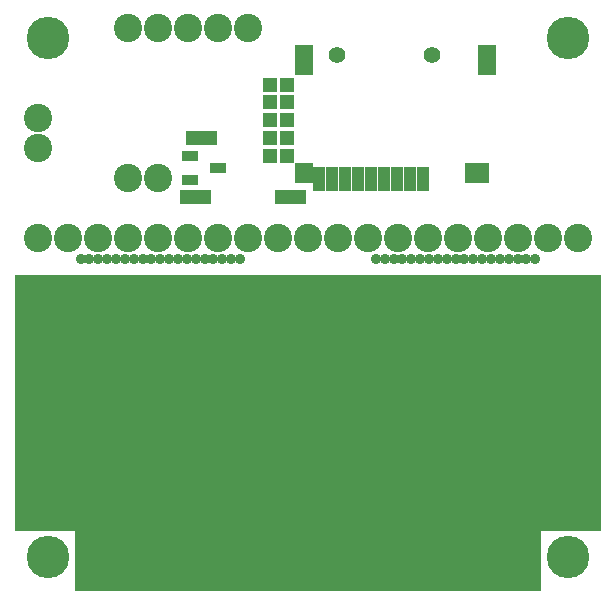
<source format=gbs>
G04 #@! TF.FileFunction,Soldermask,Bot*
%FSLAX46Y46*%
G04 Gerber Fmt 4.6, Leading zero omitted, Abs format (unit mm)*
G04 Created by KiCad (PCBNEW 4.0.7) date Mon Nov 27 18:48:16 2017*
%MOMM*%
%LPD*%
G01*
G04 APERTURE LIST*
%ADD10C,0.100000*%
%ADD11C,2.398980*%
%ADD12R,1.400000X1.400000*%
%ADD13C,0.900000*%
%ADD14C,3.600000*%
%ADD15R,1.200000X1.200000*%
%ADD16R,1.600000X2.600000*%
%ADD17R,1.100000X2.000000*%
%ADD18R,1.600000X1.800000*%
%ADD19R,2.000000X1.800000*%
%ADD20C,1.400000*%
%ADD21R,1.400760X0.951180*%
%ADD22R,1.400000X1.200000*%
G04 APERTURE END LIST*
D10*
D11*
X42300000Y-44920000D03*
X39760000Y-44920000D03*
D12*
X51190000Y-77940000D03*
X48650000Y-77940000D03*
X49920000Y-77940000D03*
X49920000Y-79210000D03*
X51190000Y-79210000D03*
X48650000Y-79210000D03*
X43570000Y-77940000D03*
X47380000Y-77940000D03*
X46110000Y-79210000D03*
X46110000Y-77940000D03*
X44840000Y-77940000D03*
X47380000Y-79210000D03*
X43570000Y-79210000D03*
X44840000Y-79210000D03*
X58810000Y-79210000D03*
X60080000Y-77940000D03*
X57540000Y-77940000D03*
X60080000Y-79210000D03*
X57540000Y-79210000D03*
X58810000Y-77940000D03*
X56270000Y-77940000D03*
X55000000Y-77940000D03*
X53730000Y-77940000D03*
X52460000Y-77940000D03*
X53730000Y-79210000D03*
X55000000Y-79210000D03*
X56270000Y-79210000D03*
X52460000Y-79210000D03*
X71510000Y-77940000D03*
X72780000Y-79210000D03*
X71510000Y-79210000D03*
X72780000Y-77940000D03*
X74050000Y-77940000D03*
X74050000Y-79210000D03*
X62620000Y-79210000D03*
X61350000Y-77940000D03*
X61350000Y-79210000D03*
X62620000Y-77940000D03*
X63890000Y-79210000D03*
X65160000Y-79210000D03*
X63890000Y-77940000D03*
X66430000Y-79210000D03*
X67700000Y-77940000D03*
X67700000Y-79210000D03*
X66430000Y-77940000D03*
X65160000Y-77940000D03*
X68970000Y-79210000D03*
X70240000Y-77940000D03*
X70240000Y-79210000D03*
X68970000Y-77940000D03*
X37220000Y-77940000D03*
X37220000Y-79210000D03*
X35950000Y-79210000D03*
X41030000Y-79210000D03*
X41030000Y-77940000D03*
X39760000Y-79210000D03*
X38490000Y-79210000D03*
X38490000Y-77940000D03*
X39760000Y-77940000D03*
X42300000Y-77940000D03*
X42300000Y-79210000D03*
X35950000Y-77940000D03*
X53730000Y-71590000D03*
X55000000Y-70320000D03*
X53730000Y-72860000D03*
X53730000Y-70320000D03*
X56270000Y-74130000D03*
X51190000Y-74130000D03*
X49920000Y-72860000D03*
X52460000Y-72860000D03*
X52460000Y-74130000D03*
X49920000Y-74130000D03*
X51190000Y-72860000D03*
X53730000Y-69050000D03*
X52460000Y-69050000D03*
X51190000Y-69050000D03*
X49920000Y-69050000D03*
X51190000Y-71590000D03*
X49920000Y-70320000D03*
X52460000Y-70320000D03*
X52460000Y-71590000D03*
X49920000Y-71590000D03*
X51190000Y-70320000D03*
X55000000Y-69050000D03*
X56270000Y-69050000D03*
X57540000Y-76670000D03*
X55000000Y-76670000D03*
X56270000Y-76670000D03*
X56270000Y-75400000D03*
X56270000Y-71590000D03*
X56270000Y-72860000D03*
X55000000Y-71590000D03*
X56270000Y-70320000D03*
X55000000Y-72860000D03*
X51190000Y-75400000D03*
X49920000Y-75400000D03*
X52460000Y-75400000D03*
X52460000Y-76670000D03*
X49920000Y-76670000D03*
X51190000Y-76670000D03*
X53730000Y-76670000D03*
X53730000Y-74130000D03*
X55000000Y-74130000D03*
X55000000Y-75400000D03*
X53730000Y-75400000D03*
X34680000Y-69050000D03*
X37220000Y-71590000D03*
X37220000Y-70320000D03*
X38490000Y-71590000D03*
X38490000Y-70320000D03*
X39760000Y-71590000D03*
X34680000Y-71590000D03*
X34680000Y-70320000D03*
X35950000Y-70320000D03*
X35950000Y-71590000D03*
X35950000Y-69050000D03*
X37220000Y-69050000D03*
X39760000Y-69050000D03*
X38490000Y-69050000D03*
X39760000Y-70320000D03*
X41030000Y-71590000D03*
X42300000Y-70320000D03*
X41030000Y-70320000D03*
X41030000Y-69050000D03*
X42300000Y-69050000D03*
X44840000Y-69050000D03*
X47380000Y-69050000D03*
X47380000Y-70320000D03*
X48650000Y-69050000D03*
X48650000Y-70320000D03*
X42300000Y-71590000D03*
X43570000Y-70320000D03*
X43570000Y-69050000D03*
X43570000Y-71590000D03*
X44840000Y-70320000D03*
X44840000Y-71590000D03*
X47380000Y-71590000D03*
X46110000Y-69050000D03*
X48650000Y-71590000D03*
X46110000Y-70320000D03*
X46110000Y-71590000D03*
X33410000Y-71590000D03*
X30870000Y-70320000D03*
X32140000Y-71590000D03*
X32140000Y-70320000D03*
X33410000Y-70320000D03*
X30870000Y-71590000D03*
X33410000Y-69050000D03*
X30870000Y-69050000D03*
X32140000Y-69050000D03*
X37220000Y-76670000D03*
X35950000Y-76670000D03*
X35950000Y-75400000D03*
X37220000Y-75400000D03*
X39760000Y-76670000D03*
X38490000Y-76670000D03*
X38490000Y-75400000D03*
X37220000Y-74130000D03*
X35950000Y-74130000D03*
X35950000Y-72860000D03*
X38490000Y-72860000D03*
X37220000Y-72860000D03*
X30870000Y-74130000D03*
X30870000Y-72860000D03*
X34680000Y-74130000D03*
X34680000Y-72860000D03*
X32140000Y-74130000D03*
X32140000Y-72860000D03*
X33410000Y-72860000D03*
X33410000Y-74130000D03*
X38490000Y-74130000D03*
X39760000Y-75400000D03*
X39760000Y-72860000D03*
X39760000Y-74130000D03*
X47380000Y-74130000D03*
X48650000Y-72860000D03*
X46110000Y-74130000D03*
X47380000Y-72860000D03*
X48650000Y-74130000D03*
X41030000Y-74130000D03*
X43570000Y-74130000D03*
X42300000Y-74130000D03*
X42300000Y-72860000D03*
X43570000Y-72860000D03*
X41030000Y-72860000D03*
X47380000Y-76670000D03*
X47380000Y-75400000D03*
X48650000Y-76670000D03*
X48650000Y-75400000D03*
X46110000Y-76670000D03*
X41030000Y-76670000D03*
X41030000Y-75400000D03*
X42300000Y-75400000D03*
X42300000Y-76670000D03*
X43570000Y-76670000D03*
X43570000Y-75400000D03*
X44840000Y-74130000D03*
X46110000Y-72860000D03*
X44840000Y-72860000D03*
X44840000Y-76670000D03*
X46110000Y-75400000D03*
X44840000Y-75400000D03*
X62620000Y-76670000D03*
X62620000Y-75400000D03*
X61350000Y-76670000D03*
X61350000Y-75400000D03*
X60080000Y-75400000D03*
X60080000Y-74130000D03*
X60080000Y-76670000D03*
X58810000Y-69050000D03*
X58810000Y-70320000D03*
X61350000Y-70320000D03*
X60080000Y-70320000D03*
X60080000Y-69050000D03*
X61350000Y-74130000D03*
X61350000Y-72860000D03*
X60080000Y-72860000D03*
X61350000Y-71590000D03*
X60080000Y-71590000D03*
X57540000Y-72860000D03*
X58810000Y-71590000D03*
X58810000Y-72860000D03*
X57540000Y-71590000D03*
X57540000Y-69050000D03*
X57540000Y-70320000D03*
X58810000Y-76670000D03*
X57540000Y-75400000D03*
X58810000Y-74130000D03*
X58810000Y-75400000D03*
X57540000Y-74130000D03*
X70240000Y-72860000D03*
X70240000Y-74130000D03*
X70240000Y-71590000D03*
X71510000Y-71590000D03*
X75320000Y-74130000D03*
X74050000Y-76670000D03*
X74050000Y-75400000D03*
X74050000Y-74130000D03*
X75320000Y-71590000D03*
X75320000Y-72860000D03*
X77860000Y-74130000D03*
X77860000Y-71590000D03*
X76590000Y-74130000D03*
X76590000Y-71590000D03*
X76590000Y-72860000D03*
X79130000Y-71590000D03*
X79130000Y-72860000D03*
X77860000Y-72860000D03*
X79130000Y-74130000D03*
X70240000Y-75400000D03*
X71510000Y-75400000D03*
X72780000Y-76670000D03*
X71510000Y-76670000D03*
X72780000Y-75400000D03*
X70240000Y-76670000D03*
X74050000Y-71590000D03*
X74050000Y-72860000D03*
X71510000Y-72860000D03*
X71510000Y-74130000D03*
X72780000Y-74130000D03*
X72780000Y-71590000D03*
X72780000Y-72860000D03*
X71510000Y-69050000D03*
X72780000Y-69050000D03*
X79130000Y-70320000D03*
X79130000Y-69050000D03*
X77860000Y-70320000D03*
X75320000Y-70320000D03*
X74050000Y-69050000D03*
X74050000Y-70320000D03*
X75320000Y-69050000D03*
X70240000Y-70320000D03*
X71510000Y-70320000D03*
X70240000Y-69050000D03*
X72780000Y-70320000D03*
X77860000Y-69050000D03*
X76590000Y-70320000D03*
X76590000Y-69050000D03*
X68970000Y-76670000D03*
X67700000Y-74130000D03*
X67700000Y-76670000D03*
X68970000Y-74130000D03*
X67700000Y-75400000D03*
X68970000Y-75400000D03*
X63890000Y-76670000D03*
X63890000Y-75400000D03*
X65160000Y-76670000D03*
X66430000Y-74130000D03*
X66430000Y-75400000D03*
X65160000Y-75400000D03*
X66430000Y-76670000D03*
X65160000Y-74130000D03*
X65160000Y-69050000D03*
X66430000Y-69050000D03*
X63890000Y-70320000D03*
X61350000Y-69050000D03*
X62620000Y-70320000D03*
X62620000Y-69050000D03*
X63890000Y-74130000D03*
X63890000Y-71590000D03*
X63890000Y-72860000D03*
X62620000Y-72860000D03*
X62620000Y-71590000D03*
X62620000Y-74130000D03*
X67700000Y-71590000D03*
X65160000Y-71590000D03*
X65160000Y-72860000D03*
X67700000Y-70320000D03*
X66430000Y-71590000D03*
X65160000Y-70320000D03*
X67700000Y-72860000D03*
X68970000Y-71590000D03*
X68970000Y-72860000D03*
X66430000Y-70320000D03*
X66430000Y-72860000D03*
X68970000Y-70320000D03*
X67700000Y-69050000D03*
X68970000Y-69050000D03*
X63890000Y-69050000D03*
X41030000Y-67780000D03*
X41030000Y-65240000D03*
X41030000Y-62700000D03*
X41030000Y-60160000D03*
X41030000Y-66510000D03*
X41030000Y-63970000D03*
X41030000Y-61430000D03*
X41030000Y-58890000D03*
X42300000Y-66510000D03*
X42300000Y-63970000D03*
X42300000Y-61430000D03*
X42300000Y-58890000D03*
X42300000Y-67780000D03*
X42300000Y-65240000D03*
X42300000Y-62700000D03*
X42300000Y-60160000D03*
X43570000Y-67780000D03*
X43570000Y-65240000D03*
X43570000Y-62700000D03*
X43570000Y-60160000D03*
X43570000Y-66510000D03*
X43570000Y-63970000D03*
X43570000Y-61430000D03*
X43570000Y-58890000D03*
X34680000Y-67780000D03*
X34680000Y-65240000D03*
X34680000Y-62700000D03*
X34680000Y-60160000D03*
X33410000Y-67780000D03*
X33410000Y-65240000D03*
X33410000Y-62700000D03*
X33410000Y-60160000D03*
X32140000Y-67780000D03*
X32140000Y-65240000D03*
X32140000Y-62700000D03*
X32140000Y-60160000D03*
X34680000Y-66510000D03*
X34680000Y-63970000D03*
X34680000Y-61430000D03*
X34680000Y-58890000D03*
X32140000Y-66510000D03*
X32140000Y-63970000D03*
X32140000Y-61430000D03*
X32140000Y-58890000D03*
X33410000Y-66510000D03*
X33410000Y-63970000D03*
X33410000Y-61430000D03*
X33410000Y-58890000D03*
X37220000Y-67780000D03*
X37220000Y-65240000D03*
X37220000Y-62700000D03*
X37220000Y-60160000D03*
X37220000Y-66510000D03*
X37220000Y-63970000D03*
X37220000Y-61430000D03*
X37220000Y-58890000D03*
X35950000Y-66510000D03*
X35950000Y-63970000D03*
X35950000Y-61430000D03*
X35950000Y-58890000D03*
X35950000Y-67780000D03*
X35950000Y-65240000D03*
X35950000Y-62700000D03*
X35950000Y-60160000D03*
X39760000Y-67780000D03*
X39760000Y-65240000D03*
X39760000Y-62700000D03*
X39760000Y-60160000D03*
X39760000Y-66510000D03*
X39760000Y-63970000D03*
X39760000Y-61430000D03*
X39760000Y-58890000D03*
X38490000Y-67780000D03*
X38490000Y-65240000D03*
X38490000Y-62700000D03*
X38490000Y-60160000D03*
X38490000Y-66510000D03*
X38490000Y-63970000D03*
X38490000Y-61430000D03*
X38490000Y-58890000D03*
X47380000Y-67780000D03*
X47380000Y-65240000D03*
X47380000Y-62700000D03*
X47380000Y-60160000D03*
X47380000Y-66510000D03*
X47380000Y-63970000D03*
X47380000Y-61430000D03*
X47380000Y-58890000D03*
X48650000Y-67780000D03*
X48650000Y-65240000D03*
X48650000Y-62700000D03*
X48650000Y-60160000D03*
X48650000Y-66510000D03*
X48650000Y-63970000D03*
X48650000Y-61430000D03*
X48650000Y-58890000D03*
X46110000Y-67780000D03*
X46110000Y-65240000D03*
X46110000Y-62700000D03*
X46110000Y-60160000D03*
X44840000Y-66510000D03*
X44840000Y-63970000D03*
X44840000Y-61430000D03*
X44840000Y-58890000D03*
X44840000Y-67780000D03*
X44840000Y-65240000D03*
X44840000Y-62700000D03*
X44840000Y-60160000D03*
X46110000Y-66510000D03*
X46110000Y-63970000D03*
X46110000Y-61430000D03*
X46110000Y-58890000D03*
X75320000Y-67780000D03*
X75320000Y-65240000D03*
X75320000Y-62700000D03*
X75320000Y-60160000D03*
X77860000Y-67780000D03*
X77860000Y-65240000D03*
X77860000Y-62700000D03*
X77860000Y-60160000D03*
X76590000Y-67780000D03*
X76590000Y-65240000D03*
X76590000Y-62700000D03*
X76590000Y-60160000D03*
X79130000Y-67780000D03*
X79130000Y-65240000D03*
X79130000Y-62700000D03*
X79130000Y-60160000D03*
X74050000Y-67780000D03*
X74050000Y-65240000D03*
X74050000Y-62700000D03*
X74050000Y-60160000D03*
X79130000Y-66510000D03*
X79130000Y-63970000D03*
X79130000Y-61430000D03*
X79130000Y-58890000D03*
X75320000Y-66510000D03*
X75320000Y-63970000D03*
X75320000Y-61430000D03*
X75320000Y-58890000D03*
X74050000Y-66510000D03*
X74050000Y-63970000D03*
X74050000Y-61430000D03*
X74050000Y-58890000D03*
X76590000Y-66510000D03*
X76590000Y-63970000D03*
X76590000Y-61430000D03*
X76590000Y-58890000D03*
X77860000Y-66510000D03*
X77860000Y-63970000D03*
X77860000Y-61430000D03*
X77860000Y-58890000D03*
X68970000Y-67780000D03*
X68970000Y-65240000D03*
X68970000Y-62700000D03*
X68970000Y-60160000D03*
X70240000Y-66510000D03*
X70240000Y-63970000D03*
X70240000Y-61430000D03*
X70240000Y-58890000D03*
X67700000Y-67780000D03*
X67700000Y-65240000D03*
X67700000Y-62700000D03*
X67700000Y-60160000D03*
X67700000Y-66510000D03*
X67700000Y-63970000D03*
X67700000Y-61430000D03*
X67700000Y-58890000D03*
X70240000Y-67780000D03*
X70240000Y-65240000D03*
X70240000Y-62700000D03*
X70240000Y-60160000D03*
X68970000Y-66510000D03*
X68970000Y-63970000D03*
X68970000Y-61430000D03*
X68970000Y-58890000D03*
X72780000Y-67780000D03*
X72780000Y-65240000D03*
X72780000Y-62700000D03*
X72780000Y-60160000D03*
X71510000Y-67780000D03*
X71510000Y-65240000D03*
X71510000Y-62700000D03*
X71510000Y-60160000D03*
X72780000Y-66510000D03*
X72780000Y-63970000D03*
X72780000Y-61430000D03*
X72780000Y-58890000D03*
X71510000Y-66510000D03*
X71510000Y-63970000D03*
X71510000Y-61430000D03*
X71510000Y-58890000D03*
X63890000Y-67780000D03*
X63890000Y-65240000D03*
X63890000Y-62700000D03*
X63890000Y-60160000D03*
X65160000Y-67780000D03*
X65160000Y-65240000D03*
X65160000Y-62700000D03*
X65160000Y-60160000D03*
X65160000Y-66510000D03*
X65160000Y-63970000D03*
X65160000Y-61430000D03*
X65160000Y-58890000D03*
X66430000Y-67780000D03*
X66430000Y-65240000D03*
X66430000Y-62700000D03*
X66430000Y-60160000D03*
X63890000Y-66510000D03*
X63890000Y-63970000D03*
X63890000Y-61430000D03*
X63890000Y-58890000D03*
X66430000Y-66510000D03*
X66430000Y-63970000D03*
X66430000Y-61430000D03*
X66430000Y-58890000D03*
X61350000Y-67780000D03*
X61350000Y-65240000D03*
X61350000Y-62700000D03*
X61350000Y-60160000D03*
X62620000Y-66510000D03*
X62620000Y-63970000D03*
X62620000Y-61430000D03*
X62620000Y-58890000D03*
X62620000Y-67780000D03*
X62620000Y-65240000D03*
X62620000Y-62700000D03*
X62620000Y-60160000D03*
X61350000Y-66510000D03*
X61350000Y-63970000D03*
X61350000Y-61430000D03*
X61350000Y-58890000D03*
X60080000Y-66510000D03*
X60080000Y-63970000D03*
X60080000Y-61430000D03*
X60080000Y-58890000D03*
X60080000Y-67780000D03*
X60080000Y-65240000D03*
X60080000Y-62700000D03*
X60080000Y-60160000D03*
X58810000Y-67780000D03*
X58810000Y-65240000D03*
X58810000Y-62700000D03*
X58810000Y-60160000D03*
X58810000Y-66510000D03*
X58810000Y-63970000D03*
X58810000Y-61430000D03*
X58810000Y-58890000D03*
X53730000Y-67780000D03*
X53730000Y-65240000D03*
X53730000Y-62700000D03*
X53730000Y-60160000D03*
X53730000Y-66510000D03*
X53730000Y-63970000D03*
X53730000Y-61430000D03*
X53730000Y-58890000D03*
X51190000Y-67780000D03*
X51190000Y-65240000D03*
X51190000Y-62700000D03*
X51190000Y-60160000D03*
X51190000Y-66510000D03*
X51190000Y-63970000D03*
X51190000Y-61430000D03*
X51190000Y-58890000D03*
X49920000Y-66510000D03*
X49920000Y-63970000D03*
X49920000Y-61430000D03*
X49920000Y-58890000D03*
X52460000Y-66510000D03*
X52460000Y-63970000D03*
X52460000Y-61430000D03*
X52460000Y-58890000D03*
X52460000Y-67780000D03*
X52460000Y-65240000D03*
X52460000Y-62700000D03*
X52460000Y-60160000D03*
X49920000Y-67780000D03*
X49920000Y-65240000D03*
X49920000Y-62700000D03*
X49920000Y-60160000D03*
X30870000Y-67780000D03*
X30870000Y-65240000D03*
X30870000Y-62700000D03*
X30870000Y-60160000D03*
X30870000Y-66510000D03*
X30870000Y-63970000D03*
X30870000Y-61430000D03*
X30870000Y-58890000D03*
X57540000Y-67780000D03*
X57540000Y-65240000D03*
X57540000Y-62700000D03*
X57540000Y-60160000D03*
X56270000Y-67780000D03*
X56270000Y-65240000D03*
X56270000Y-62700000D03*
X56270000Y-60160000D03*
X56270000Y-66510000D03*
X56270000Y-63970000D03*
X56270000Y-61430000D03*
X56270000Y-58890000D03*
X55000000Y-67780000D03*
X55000000Y-65240000D03*
X55000000Y-62700000D03*
X55000000Y-60160000D03*
X55000000Y-66510000D03*
X55000000Y-63970000D03*
X55000000Y-61430000D03*
X55000000Y-58890000D03*
X57540000Y-66510000D03*
X57540000Y-63970000D03*
X57540000Y-61430000D03*
X57540000Y-58890000D03*
X41030000Y-57620000D03*
X41030000Y-56350000D03*
X42300000Y-56350000D03*
X42300000Y-57620000D03*
X43570000Y-57620000D03*
X43570000Y-56350000D03*
X34680000Y-57620000D03*
X33410000Y-57620000D03*
X32140000Y-57620000D03*
X34680000Y-56350000D03*
X32140000Y-56350000D03*
X33410000Y-56350000D03*
X37220000Y-57620000D03*
X37220000Y-56350000D03*
X35950000Y-56350000D03*
X35950000Y-57620000D03*
X39760000Y-57620000D03*
X39760000Y-56350000D03*
X38490000Y-57620000D03*
X38490000Y-56350000D03*
X47380000Y-57620000D03*
X47380000Y-56350000D03*
X48650000Y-57620000D03*
X48650000Y-56350000D03*
X46110000Y-57620000D03*
X44840000Y-56350000D03*
X44840000Y-57620000D03*
X46110000Y-56350000D03*
X75320000Y-57620000D03*
X77860000Y-57620000D03*
X76590000Y-57620000D03*
X79130000Y-57620000D03*
X74050000Y-57620000D03*
X79130000Y-56350000D03*
X75320000Y-56350000D03*
X74050000Y-56350000D03*
X76590000Y-56350000D03*
X77860000Y-56350000D03*
X68970000Y-57620000D03*
X70240000Y-56350000D03*
X67700000Y-57620000D03*
X67700000Y-56350000D03*
X70240000Y-57620000D03*
X68970000Y-56350000D03*
X72780000Y-57620000D03*
X71510000Y-57620000D03*
X72780000Y-56350000D03*
X71510000Y-56350000D03*
X63890000Y-57620000D03*
X65160000Y-57620000D03*
X65160000Y-56350000D03*
X66430000Y-57620000D03*
X63890000Y-56350000D03*
X66430000Y-56350000D03*
X61350000Y-57620000D03*
X62620000Y-56350000D03*
X62620000Y-57620000D03*
X61350000Y-56350000D03*
X60080000Y-56350000D03*
X60080000Y-57620000D03*
X58810000Y-57620000D03*
X58810000Y-56350000D03*
X53730000Y-57620000D03*
X53730000Y-56350000D03*
X51190000Y-57620000D03*
X51190000Y-56350000D03*
X49920000Y-56350000D03*
X52460000Y-56350000D03*
X52460000Y-57620000D03*
X49920000Y-57620000D03*
X30870000Y-57620000D03*
X30870000Y-56350000D03*
X57540000Y-57620000D03*
X56270000Y-57620000D03*
X56270000Y-56350000D03*
X55000000Y-57620000D03*
X55000000Y-56350000D03*
X57540000Y-56350000D03*
X37220000Y-55080000D03*
X38490000Y-55080000D03*
X39760000Y-55080000D03*
X48650000Y-55080000D03*
X47380000Y-55080000D03*
X46110000Y-55080000D03*
X44840000Y-55080000D03*
X43570000Y-55080000D03*
X41030000Y-55080000D03*
X42300000Y-55080000D03*
X79130000Y-55080000D03*
X75320000Y-55080000D03*
X76590000Y-55080000D03*
X74050000Y-55080000D03*
X77860000Y-55080000D03*
X66430000Y-55080000D03*
X63890000Y-55080000D03*
X65160000Y-55080000D03*
X71510000Y-55080000D03*
X72780000Y-55080000D03*
X70240000Y-55080000D03*
X68970000Y-55080000D03*
X67700000Y-55080000D03*
X61350000Y-55080000D03*
X62620000Y-55080000D03*
X52460000Y-55080000D03*
X56270000Y-55080000D03*
X53730000Y-55080000D03*
X55000000Y-55080000D03*
X49920000Y-55080000D03*
X51190000Y-55080000D03*
X57540000Y-55080000D03*
X58810000Y-55080000D03*
X60080000Y-55080000D03*
X35950000Y-55080000D03*
X34680000Y-55080000D03*
X32140000Y-55080000D03*
X30870000Y-55080000D03*
X33410000Y-55080000D03*
X79130000Y-53810000D03*
X72780000Y-53810000D03*
X71510000Y-53810000D03*
X77860000Y-53810000D03*
X74050000Y-53810000D03*
X75320000Y-53810000D03*
X76590000Y-53810000D03*
X68970000Y-53810000D03*
X70240000Y-53810000D03*
X67700000Y-53810000D03*
X55000000Y-53810000D03*
X51190000Y-53810000D03*
X52460000Y-53810000D03*
X53730000Y-53810000D03*
X65160000Y-53810000D03*
X66430000Y-53810000D03*
X60080000Y-53810000D03*
X58810000Y-53810000D03*
X62620000Y-53810000D03*
X63890000Y-53810000D03*
X61350000Y-53810000D03*
X56270000Y-53810000D03*
X57540000Y-53810000D03*
X42300000Y-53810000D03*
X41030000Y-53810000D03*
X43570000Y-53810000D03*
X48650000Y-53810000D03*
X49920000Y-53810000D03*
X46110000Y-53810000D03*
X44840000Y-53810000D03*
X47380000Y-53810000D03*
X38490000Y-53810000D03*
X35950000Y-53810000D03*
X39760000Y-53810000D03*
X37220000Y-53810000D03*
X34680000Y-53810000D03*
X33410000Y-53810000D03*
X32140000Y-53810000D03*
D13*
X72750000Y-51750000D03*
X74250000Y-51750000D03*
X73500000Y-51750000D03*
X49250000Y-51750000D03*
X47750000Y-51750000D03*
X48500000Y-51750000D03*
X66750000Y-51750000D03*
X63750000Y-51750000D03*
X65250000Y-51750000D03*
X66000000Y-51750000D03*
X63000000Y-51750000D03*
X64500000Y-51750000D03*
X61500000Y-51750000D03*
X62250000Y-51750000D03*
X60750000Y-51750000D03*
X69750000Y-51750000D03*
X69000000Y-51750000D03*
X71250000Y-51750000D03*
X67500000Y-51750000D03*
X72000000Y-51750000D03*
X68250000Y-51750000D03*
X70500000Y-51750000D03*
X41750000Y-51750000D03*
X42500000Y-51750000D03*
X43250000Y-51750000D03*
X45500000Y-51750000D03*
X46250000Y-51750000D03*
X44750000Y-51750000D03*
X44000000Y-51750000D03*
X47000000Y-51750000D03*
X40250000Y-51750000D03*
X39500000Y-51750000D03*
X41000000Y-51750000D03*
X38750000Y-51750000D03*
X37250000Y-51750000D03*
X38000000Y-51750000D03*
X36500000Y-51750000D03*
D11*
X32140000Y-39840000D03*
X32140000Y-42380000D03*
X49920000Y-32220000D03*
X47380000Y-32220000D03*
X44840000Y-32220000D03*
X42300000Y-32220000D03*
X39760000Y-32220000D03*
D14*
X33000000Y-33000000D03*
X33000000Y-77000000D03*
X77000000Y-77000000D03*
D15*
X51750000Y-40000000D03*
X53250000Y-40000000D03*
X51750000Y-43000000D03*
X53250000Y-43000000D03*
X51750000Y-41500000D03*
X53250000Y-41500000D03*
X51750000Y-38500000D03*
X53250000Y-38500000D03*
X51750000Y-37000000D03*
X53250000Y-37000000D03*
D14*
X77000000Y-33000000D03*
D16*
X70200000Y-34900000D03*
D17*
X64750000Y-45000000D03*
X63650000Y-45000000D03*
X62550000Y-45000000D03*
X61450000Y-45000000D03*
X60350000Y-45000000D03*
X59250000Y-45000000D03*
X58150000Y-45000000D03*
X57050000Y-45000000D03*
X55950000Y-45000000D03*
D18*
X54700000Y-44500000D03*
D19*
X69300000Y-44500000D03*
D16*
X54700000Y-34900000D03*
D20*
X65500000Y-34500000D03*
X57500000Y-34500000D03*
D11*
X77860000Y-50000000D03*
X75320000Y-50000000D03*
X72780000Y-50000000D03*
X62620000Y-50000000D03*
X60080000Y-50000000D03*
X57540000Y-50000000D03*
X55000000Y-50000000D03*
X52460000Y-50000000D03*
X65160000Y-50000000D03*
X67700000Y-50000000D03*
X70240000Y-50000000D03*
X49920000Y-50000000D03*
X47380000Y-50000000D03*
X44840000Y-50000000D03*
X32140000Y-50000000D03*
X34680000Y-50000000D03*
X37220000Y-50000000D03*
X39760000Y-50000000D03*
X42300000Y-50000000D03*
D13*
X35750000Y-51750000D03*
D12*
X30870000Y-53810000D03*
D21*
X45000000Y-43000000D03*
X45000000Y-45026920D03*
X47397760Y-44026160D03*
D22*
X52850000Y-46500000D03*
X54150000Y-46500000D03*
X46150000Y-46500000D03*
X44850000Y-46500000D03*
X45350000Y-41500000D03*
X46650000Y-41500000D03*
M02*

</source>
